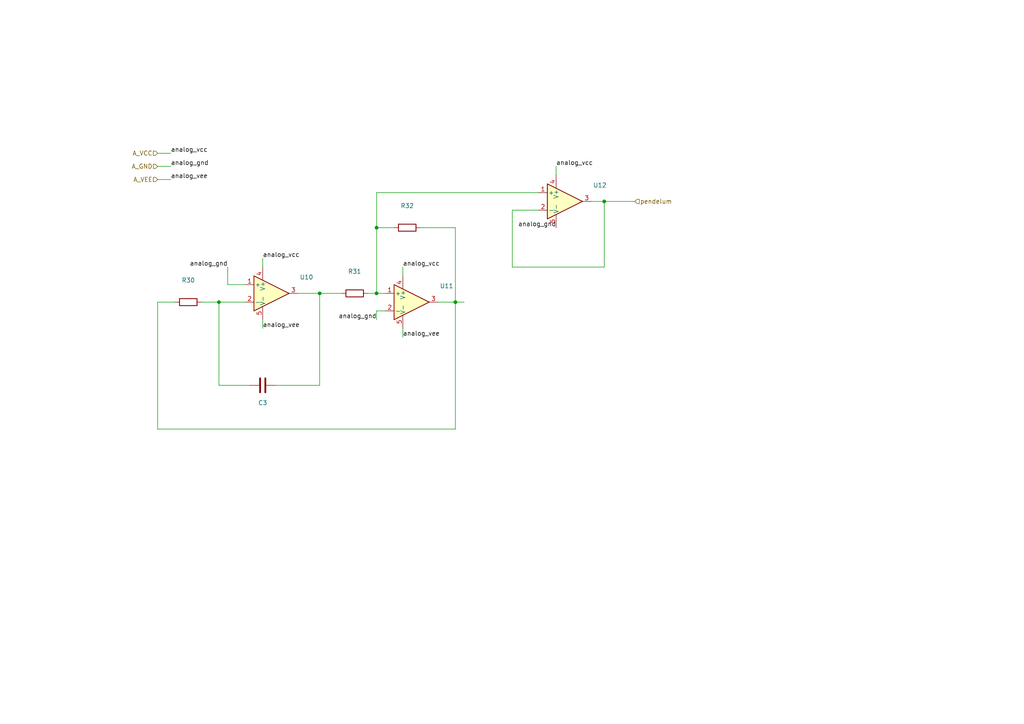
<source format=kicad_sch>
(kicad_sch (version 20211123) (generator eeschema)
  (paper "A4")
  (lib_symbols
    (symbol "Device:C" (pin_numbers hide) (pin_names (offset 0.254))
      (property "Reference" "C" (at 0.635 2.54 0))
      (property "Value" "C" (at 0.635 -2.54 0))
      (symbol "C_0_1"
        (polyline (pts (xy -2.032 -0.762) (xy 2.032 -0.762)) (stroke (width 0.508)))
        (polyline (pts (xy -2.032 0.762) (xy 2.032 0.762)) (stroke (width 0.508)))
      )
      (symbol "C_1_1"
        (pin passive line (at 0 3.81 270) (length 2.794) (name "~") (number "1"))
        (pin passive line (at 0 -3.81 90) (length 2.794) (name "~") (number "2"))
      )
    )
    (symbol "Device:R" (pin_numbers hide) (pin_names (offset 0))
      (property "Reference" "R" (at 2.032 0 90))
      (property "Value" "R" (at 0 0 90))
      (symbol "R_0_1"
        (rectangle (start -1.016 -2.54) (end 1.016 2.54) (stroke (width 0.254)))
      )
      (symbol "R_1_1"
        (pin passive line (at 0 3.81 270) (length 1.27) (name "~") (number "1"))
        (pin passive line (at 0 -3.81 90) (length 1.27) (name "~") (number "2"))
      )
    )
    (symbol "Simulation_SPICE:OPAMP" (pin_names (offset 0.254))
      (property "Reference" "U" (at 3.81 3.175 0))
      (property "Value" "OPAMP" (at 3.81 -3.175 0))
      (symbol "OPAMP_0_1"
        (polyline (pts (xy 5.08 0) (xy -5.08 5.08) (xy -5.08 -5.08) (xy 5.08 0)) (stroke (width 0.254)) (fill (type background)))
      )
      (symbol "OPAMP_1_1"
        (pin input line (at -7.62 2.54 0) (length 2.54) (name "+") (number "1"))
        (pin input line (at -7.62 -2.54 0) (length 2.54) (name "-") (number "2"))
        (pin output line (at 7.62 0 180) (length 2.54) (name "~") (number "3"))
        (pin power_in line (at -2.54 7.62 270) (length 3.81) (name "V+") (number "4"))
        (pin power_in line (at -2.54 -7.62 90) (length 3.81) (name "V-") (number "5"))
      )
    )
  )
  (junction (at 175.26 58.42))
  (junction (at 109.22 85.09))
  (junction (at 132.08 87.63))
  (junction (at 92.71 85.09))
  (junction (at 63.5 87.63))
  (junction (at 109.22 66.04))
  (wire (pts (xy 45.72 48.26) (xy 49.53 48.26)))
  (wire (pts (xy 92.71 111.76) (xy 92.71 85.09)))
  (wire (pts (xy 109.22 90.17) (xy 111.76 90.17)))
  (wire (pts (xy 50.8 87.63) (xy 45.72 87.63)))
  (wire (pts (xy 63.5 111.76) (xy 63.5 87.63)))
  (wire (pts (xy 71.12 82.55) (xy 66.04 82.55)))
  (wire (pts (xy 92.71 85.09) (xy 99.06 85.09)))
  (wire (pts (xy 58.42 87.63) (xy 63.5 87.63)))
  (wire (pts (xy 161.29 48.26) (xy 161.29 50.8)))
  (wire (pts (xy 175.26 58.42) (xy 171.45 58.42)))
  (wire (pts (xy 127 87.63) (xy 132.08 87.63)))
  (wire (pts (xy 76.2 74.93) (xy 76.2 77.47)))
  (wire (pts (xy 132.08 87.63) (xy 134.62 87.63)))
  (wire (pts (xy 72.39 111.76) (xy 63.5 111.76)))
  (wire (pts (xy 109.22 55.88) (xy 156.21 55.88)))
  (wire (pts (xy 114.3 66.04) (xy 109.22 66.04)))
  (wire (pts (xy 45.72 52.07) (xy 49.53 52.07)))
  (wire (pts (xy 148.59 60.96) (xy 148.59 77.47)))
  (wire (pts (xy 86.36 85.09) (xy 92.71 85.09)))
  (wire (pts (xy 148.59 77.47) (xy 175.26 77.47)))
  (wire (pts (xy 175.26 58.42) (xy 184.15 58.42)))
  (wire (pts (xy 116.84 95.25) (xy 116.84 97.79)))
  (wire (pts (xy 66.04 77.47) (xy 66.04 82.55)))
  (wire (pts (xy 132.08 124.46) (xy 45.72 124.46)))
  (wire (pts (xy 45.72 124.46) (xy 45.72 87.63)))
  (wire (pts (xy 156.21 60.96) (xy 148.59 60.96)))
  (wire (pts (xy 109.22 92.71) (xy 109.22 90.17)))
  (wire (pts (xy 175.26 77.47) (xy 175.26 58.42)))
  (wire (pts (xy 109.22 55.88) (xy 109.22 66.04)))
  (wire (pts (xy 132.08 87.63) (xy 132.08 66.04)))
  (wire (pts (xy 132.08 87.63) (xy 132.08 124.46)))
  (wire (pts (xy 76.2 92.71) (xy 76.2 95.25)))
  (wire (pts (xy 63.5 87.63) (xy 71.12 87.63)))
  (wire (pts (xy 106.68 85.09) (xy 109.22 85.09)))
  (wire (pts (xy 109.22 66.04) (xy 109.22 85.09)))
  (wire (pts (xy 109.22 85.09) (xy 111.76 85.09)))
  (wire (pts (xy 80.01 111.76) (xy 92.71 111.76)))
  (wire (pts (xy 45.72 44.45) (xy 49.53 44.45)))
  (wire (pts (xy 116.84 77.47) (xy 116.84 80.01)))
  (wire (pts (xy 132.08 66.04) (xy 121.92 66.04)))
  (label "analog_vee" (at 116.84 97.79 0))
  (label "analog_vcc" (at 76.2 74.93 0))
  (label "analog_vee" (at 76.2 95.25 0))
  (label "analog_vcc" (at 49.53 44.45 0))
  (label "analog_vcc" (at 116.84 77.47 0))
  (label "analog_gnd" (at 49.53 48.26 0))
  (label "analog_gnd" (at 109.22 92.71 180))
  (label "analog_vcc" (at 161.29 48.26 0))
  (label "analog_gnd" (at 161.29 66.04 180))
  (label "analog_gnd" (at 66.04 77.47 180))
  (label "analog_vee" (at 49.53 52.07 0))
  (hierarchical_label "A_GND" (shape input) (at 45.72 48.26 180))
  (hierarchical_label "pendelum" (shape input) (at 184.15 58.42 0))
  (hierarchical_label "A_VCC" (shape input) (at 45.72 44.45 180))
  (hierarchical_label "A_VEE" (shape input) (at 45.72 52.07 180))
  (symbol (lib_id "Simulation_SPICE:OPAMP") (at 163.83 58.42 0) (unit 1)
    (property "Reference" "U12" (at 173.99 53.721 0))
    (property "Spice_Netlist_Enabled" "Y" (effects hide))
    (property "Spice_Primitive" "X" (effects hide))
    (property "Spice_Model" "LM358" (effects hide))
    (property "Spice_Lib_File" "/home/pab/Inventions/analog-circuit-game-console/ms-circuit-video-games/spice-models/LM358-onsemi.mod" (effects hide))
    (property "Spice_Node_Sequence" "1 2 4 5 3" (effects hide))
  )
  (symbol (lib_id "Device:R") (at 54.61 87.63 90) (unit 1)
    (property "Reference" "R30" (at 54.61 81.28 90))
  )
  (symbol (lib_id "Device:R") (at 102.87 85.09 90) (unit 1)
    (property "Reference" "R31" (at 102.87 78.74 90))
  )
  (symbol (lib_id "Simulation_SPICE:OPAMP") (at 78.74 85.09 0) (unit 1)
    (property "Reference" "U10" (at 88.9 80.391 0))
    (property "Spice_Netlist_Enabled" "Y" (effects hide))
    (property "Spice_Primitive" "X" (effects hide))
    (property "Spice_Model" "LM358" (effects hide))
    (property "Spice_Lib_File" "/home/pab/Inventions/analog-circuit-game-console/ms-circuit-video-games/spice-models/LM358-onsemi.mod" (effects hide))
    (property "Spice_Node_Sequence" "1 2 4 5 3" (effects hide))
  )
  (symbol (lib_id "Device:C") (at 76.2 111.76 90) (unit 1)
    (property "Reference" "C3" (at 76.2 116.84 90))
  )
  (symbol (lib_id "Device:R") (at 118.11 66.04 90) (unit 1)
    (property "Reference" "R32" (at 118.11 59.69 90))
  )
  (symbol (lib_id "Simulation_SPICE:OPAMP") (at 119.38 87.63 0) (unit 1)
    (property "Reference" "U11" (at 129.54 82.931 0))
    (property "Spice_Netlist_Enabled" "Y" (effects hide))
    (property "Spice_Primitive" "X" (effects hide))
    (property "Spice_Model" "LM358" (effects hide))
    (property "Spice_Lib_File" "/home/pab/Inventions/analog-circuit-game-console/ms-circuit-video-games/spice-models/LM358-onsemi.mod" (effects hide))
    (property "Spice_Node_Sequence" "1 2 4 5 3" (effects hide))
  )
)
</source>
